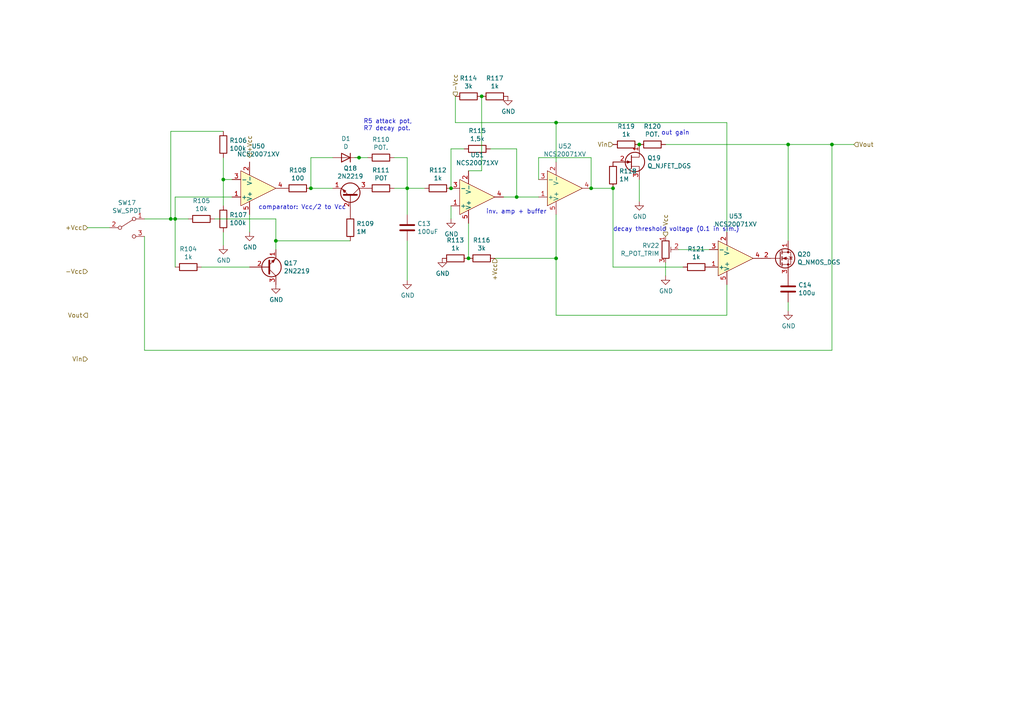
<source format=kicad_sch>
(kicad_sch (version 20230121) (generator eeschema)

  (uuid b401b282-2728-4b58-b930-9674a514cef2)

  (paper "A4")

  (lib_symbols
    (symbol "Amplifier_Operational:NCS20071XV" (pin_names (offset 0.127)) (in_bom yes) (on_board yes)
      (property "Reference" "U" (at 0 10.16 0)
        (effects (font (size 1.27 1.27)))
      )
      (property "Value" "NCS20071XV" (at 0 7.62 0)
        (effects (font (size 1.27 1.27)))
      )
      (property "Footprint" "Package_TO_SOT_SMD:SOT-553" (at 1.27 30.48 0)
        (effects (font (size 1.27 1.27)) hide)
      )
      (property "Datasheet" "https://www.onsemi.com/pub/Collateral/NCS20071-D.PDF" (at 1.27 30.48 0)
        (effects (font (size 1.27 1.27)) hide)
      )
      (property "ki_keywords" "OpAmp Rail-to-rail Output Single vfa" (at 0 0 0)
        (effects (font (size 1.27 1.27)) hide)
      )
      (property "ki_description" "Single, 2.8V/µs, Rail-to-Rail Output, SOT-553" (at 0 0 0)
        (effects (font (size 1.27 1.27)) hide)
      )
      (property "ki_fp_filters" "SOT?553*" (at 0 0 0)
        (effects (font (size 1.27 1.27)) hide)
      )
      (symbol "NCS20071XV_1_1"
        (polyline
          (pts
            (xy 5.08 0)
            (xy -5.08 5.08)
            (xy -5.08 -5.08)
            (xy 5.08 0)
          )
          (stroke (width 0) (type default))
          (fill (type background))
        )
        (pin input line (at -7.62 2.54 0) (length 2.54)
          (name "+" (effects (font (size 1.27 1.27))))
          (number "1" (effects (font (size 1.27 1.27))))
        )
        (pin power_in line (at -2.54 -7.62 90) (length 3.81)
          (name "V-" (effects (font (size 1.27 1.27))))
          (number "2" (effects (font (size 1.27 1.27))))
        )
        (pin input line (at -7.62 -2.54 0) (length 2.54)
          (name "-" (effects (font (size 1.27 1.27))))
          (number "3" (effects (font (size 1.27 1.27))))
        )
        (pin output line (at 7.62 0 180) (length 2.54)
          (name "~" (effects (font (size 1.27 1.27))))
          (number "4" (effects (font (size 1.27 1.27))))
        )
        (pin power_in line (at -2.54 7.62 270) (length 3.81)
          (name "V+" (effects (font (size 1.27 1.27))))
          (number "5" (effects (font (size 1.27 1.27))))
        )
      )
    )
    (symbol "Device:C" (pin_numbers hide) (pin_names (offset 0.254)) (in_bom yes) (on_board yes)
      (property "Reference" "C" (at 0.635 2.54 0)
        (effects (font (size 1.27 1.27)) (justify left))
      )
      (property "Value" "C" (at 0.635 -2.54 0)
        (effects (font (size 1.27 1.27)) (justify left))
      )
      (property "Footprint" "" (at 0.9652 -3.81 0)
        (effects (font (size 1.27 1.27)) hide)
      )
      (property "Datasheet" "~" (at 0 0 0)
        (effects (font (size 1.27 1.27)) hide)
      )
      (property "ki_keywords" "cap capacitor" (at 0 0 0)
        (effects (font (size 1.27 1.27)) hide)
      )
      (property "ki_description" "Unpolarized capacitor" (at 0 0 0)
        (effects (font (size 1.27 1.27)) hide)
      )
      (property "ki_fp_filters" "C_*" (at 0 0 0)
        (effects (font (size 1.27 1.27)) hide)
      )
      (symbol "C_0_1"
        (polyline
          (pts
            (xy -2.032 -0.762)
            (xy 2.032 -0.762)
          )
          (stroke (width 0.508) (type default))
          (fill (type none))
        )
        (polyline
          (pts
            (xy -2.032 0.762)
            (xy 2.032 0.762)
          )
          (stroke (width 0.508) (type default))
          (fill (type none))
        )
      )
      (symbol "C_1_1"
        (pin passive line (at 0 3.81 270) (length 2.794)
          (name "~" (effects (font (size 1.27 1.27))))
          (number "1" (effects (font (size 1.27 1.27))))
        )
        (pin passive line (at 0 -3.81 90) (length 2.794)
          (name "~" (effects (font (size 1.27 1.27))))
          (number "2" (effects (font (size 1.27 1.27))))
        )
      )
    )
    (symbol "Device:D" (pin_numbers hide) (pin_names (offset 1.016) hide) (in_bom yes) (on_board yes)
      (property "Reference" "D" (at 0 2.54 0)
        (effects (font (size 1.27 1.27)))
      )
      (property "Value" "D" (at 0 -2.54 0)
        (effects (font (size 1.27 1.27)))
      )
      (property "Footprint" "" (at 0 0 0)
        (effects (font (size 1.27 1.27)) hide)
      )
      (property "Datasheet" "~" (at 0 0 0)
        (effects (font (size 1.27 1.27)) hide)
      )
      (property "Sim.Device" "D" (at 0 0 0)
        (effects (font (size 1.27 1.27)) hide)
      )
      (property "Sim.Pins" "1=K 2=A" (at 0 0 0)
        (effects (font (size 1.27 1.27)) hide)
      )
      (property "ki_keywords" "diode" (at 0 0 0)
        (effects (font (size 1.27 1.27)) hide)
      )
      (property "ki_description" "Diode" (at 0 0 0)
        (effects (font (size 1.27 1.27)) hide)
      )
      (property "ki_fp_filters" "TO-???* *_Diode_* *SingleDiode* D_*" (at 0 0 0)
        (effects (font (size 1.27 1.27)) hide)
      )
      (symbol "D_0_1"
        (polyline
          (pts
            (xy -1.27 1.27)
            (xy -1.27 -1.27)
          )
          (stroke (width 0.254) (type default))
          (fill (type none))
        )
        (polyline
          (pts
            (xy 1.27 0)
            (xy -1.27 0)
          )
          (stroke (width 0) (type default))
          (fill (type none))
        )
        (polyline
          (pts
            (xy 1.27 1.27)
            (xy 1.27 -1.27)
            (xy -1.27 0)
            (xy 1.27 1.27)
          )
          (stroke (width 0.254) (type default))
          (fill (type none))
        )
      )
      (symbol "D_1_1"
        (pin passive line (at -3.81 0 0) (length 2.54)
          (name "K" (effects (font (size 1.27 1.27))))
          (number "1" (effects (font (size 1.27 1.27))))
        )
        (pin passive line (at 3.81 0 180) (length 2.54)
          (name "A" (effects (font (size 1.27 1.27))))
          (number "2" (effects (font (size 1.27 1.27))))
        )
      )
    )
    (symbol "Device:Q_NJFET_DGS" (pin_names (offset 0) hide) (in_bom yes) (on_board yes)
      (property "Reference" "Q" (at 5.08 1.27 0)
        (effects (font (size 1.27 1.27)) (justify left))
      )
      (property "Value" "Q_NJFET_DGS" (at 5.08 -1.27 0)
        (effects (font (size 1.27 1.27)) (justify left))
      )
      (property "Footprint" "" (at 5.08 2.54 0)
        (effects (font (size 1.27 1.27)) hide)
      )
      (property "Datasheet" "~" (at 0 0 0)
        (effects (font (size 1.27 1.27)) hide)
      )
      (property "ki_keywords" "transistor NJFET N-JFET" (at 0 0 0)
        (effects (font (size 1.27 1.27)) hide)
      )
      (property "ki_description" "N-JFET transistor, drain/gate/source" (at 0 0 0)
        (effects (font (size 1.27 1.27)) hide)
      )
      (symbol "Q_NJFET_DGS_0_1"
        (polyline
          (pts
            (xy 0.254 1.905)
            (xy 0.254 -1.905)
            (xy 0.254 -1.905)
          )
          (stroke (width 0.254) (type default))
          (fill (type none))
        )
        (polyline
          (pts
            (xy 2.54 -2.54)
            (xy 2.54 -1.27)
            (xy 0.254 -1.27)
          )
          (stroke (width 0) (type default))
          (fill (type none))
        )
        (polyline
          (pts
            (xy 2.54 2.54)
            (xy 2.54 1.397)
            (xy 0.254 1.397)
          )
          (stroke (width 0) (type default))
          (fill (type none))
        )
        (polyline
          (pts
            (xy 0 0)
            (xy -1.016 0.381)
            (xy -1.016 -0.381)
            (xy 0 0)
          )
          (stroke (width 0) (type default))
          (fill (type outline))
        )
        (circle (center 1.27 0) (radius 2.8194)
          (stroke (width 0.254) (type default))
          (fill (type none))
        )
      )
      (symbol "Q_NJFET_DGS_1_1"
        (pin passive line (at 2.54 5.08 270) (length 2.54)
          (name "D" (effects (font (size 1.27 1.27))))
          (number "1" (effects (font (size 1.27 1.27))))
        )
        (pin input line (at -5.08 0 0) (length 5.334)
          (name "G" (effects (font (size 1.27 1.27))))
          (number "2" (effects (font (size 1.27 1.27))))
        )
        (pin passive line (at 2.54 -5.08 90) (length 2.54)
          (name "S" (effects (font (size 1.27 1.27))))
          (number "3" (effects (font (size 1.27 1.27))))
        )
      )
    )
    (symbol "Device:Q_NMOS_DGS" (pin_names (offset 0) hide) (in_bom yes) (on_board yes)
      (property "Reference" "Q" (at 5.08 1.27 0)
        (effects (font (size 1.27 1.27)) (justify left))
      )
      (property "Value" "Q_NMOS_DGS" (at 5.08 -1.27 0)
        (effects (font (size 1.27 1.27)) (justify left))
      )
      (property "Footprint" "" (at 5.08 2.54 0)
        (effects (font (size 1.27 1.27)) hide)
      )
      (property "Datasheet" "~" (at 0 0 0)
        (effects (font (size 1.27 1.27)) hide)
      )
      (property "ki_keywords" "transistor NMOS N-MOS N-MOSFET" (at 0 0 0)
        (effects (font (size 1.27 1.27)) hide)
      )
      (property "ki_description" "N-MOSFET transistor, drain/gate/source" (at 0 0 0)
        (effects (font (size 1.27 1.27)) hide)
      )
      (symbol "Q_NMOS_DGS_0_1"
        (polyline
          (pts
            (xy 0.254 0)
            (xy -2.54 0)
          )
          (stroke (width 0) (type default))
          (fill (type none))
        )
        (polyline
          (pts
            (xy 0.254 1.905)
            (xy 0.254 -1.905)
          )
          (stroke (width 0.254) (type default))
          (fill (type none))
        )
        (polyline
          (pts
            (xy 0.762 -1.27)
            (xy 0.762 -2.286)
          )
          (stroke (width 0.254) (type default))
          (fill (type none))
        )
        (polyline
          (pts
            (xy 0.762 0.508)
            (xy 0.762 -0.508)
          )
          (stroke (width 0.254) (type default))
          (fill (type none))
        )
        (polyline
          (pts
            (xy 0.762 2.286)
            (xy 0.762 1.27)
          )
          (stroke (width 0.254) (type default))
          (fill (type none))
        )
        (polyline
          (pts
            (xy 2.54 2.54)
            (xy 2.54 1.778)
          )
          (stroke (width 0) (type default))
          (fill (type none))
        )
        (polyline
          (pts
            (xy 2.54 -2.54)
            (xy 2.54 0)
            (xy 0.762 0)
          )
          (stroke (width 0) (type default))
          (fill (type none))
        )
        (polyline
          (pts
            (xy 0.762 -1.778)
            (xy 3.302 -1.778)
            (xy 3.302 1.778)
            (xy 0.762 1.778)
          )
          (stroke (width 0) (type default))
          (fill (type none))
        )
        (polyline
          (pts
            (xy 1.016 0)
            (xy 2.032 0.381)
            (xy 2.032 -0.381)
            (xy 1.016 0)
          )
          (stroke (width 0) (type default))
          (fill (type outline))
        )
        (polyline
          (pts
            (xy 2.794 0.508)
            (xy 2.921 0.381)
            (xy 3.683 0.381)
            (xy 3.81 0.254)
          )
          (stroke (width 0) (type default))
          (fill (type none))
        )
        (polyline
          (pts
            (xy 3.302 0.381)
            (xy 2.921 -0.254)
            (xy 3.683 -0.254)
            (xy 3.302 0.381)
          )
          (stroke (width 0) (type default))
          (fill (type none))
        )
        (circle (center 1.651 0) (radius 2.794)
          (stroke (width 0.254) (type default))
          (fill (type none))
        )
        (circle (center 2.54 -1.778) (radius 0.254)
          (stroke (width 0) (type default))
          (fill (type outline))
        )
        (circle (center 2.54 1.778) (radius 0.254)
          (stroke (width 0) (type default))
          (fill (type outline))
        )
      )
      (symbol "Q_NMOS_DGS_1_1"
        (pin passive line (at 2.54 5.08 270) (length 2.54)
          (name "D" (effects (font (size 1.27 1.27))))
          (number "1" (effects (font (size 1.27 1.27))))
        )
        (pin input line (at -5.08 0 0) (length 2.54)
          (name "G" (effects (font (size 1.27 1.27))))
          (number "2" (effects (font (size 1.27 1.27))))
        )
        (pin passive line (at 2.54 -5.08 90) (length 2.54)
          (name "S" (effects (font (size 1.27 1.27))))
          (number "3" (effects (font (size 1.27 1.27))))
        )
      )
    )
    (symbol "Device:R" (pin_numbers hide) (pin_names (offset 0)) (in_bom yes) (on_board yes)
      (property "Reference" "R" (at 2.032 0 90)
        (effects (font (size 1.27 1.27)))
      )
      (property "Value" "R" (at 0 0 90)
        (effects (font (size 1.27 1.27)))
      )
      (property "Footprint" "" (at -1.778 0 90)
        (effects (font (size 1.27 1.27)) hide)
      )
      (property "Datasheet" "~" (at 0 0 0)
        (effects (font (size 1.27 1.27)) hide)
      )
      (property "ki_keywords" "R res resistor" (at 0 0 0)
        (effects (font (size 1.27 1.27)) hide)
      )
      (property "ki_description" "Resistor" (at 0 0 0)
        (effects (font (size 1.27 1.27)) hide)
      )
      (property "ki_fp_filters" "R_*" (at 0 0 0)
        (effects (font (size 1.27 1.27)) hide)
      )
      (symbol "R_0_1"
        (rectangle (start -1.016 -2.54) (end 1.016 2.54)
          (stroke (width 0.254) (type default))
          (fill (type none))
        )
      )
      (symbol "R_1_1"
        (pin passive line (at 0 3.81 270) (length 1.27)
          (name "~" (effects (font (size 1.27 1.27))))
          (number "1" (effects (font (size 1.27 1.27))))
        )
        (pin passive line (at 0 -3.81 90) (length 1.27)
          (name "~" (effects (font (size 1.27 1.27))))
          (number "2" (effects (font (size 1.27 1.27))))
        )
      )
    )
    (symbol "Switch:SW_SPDT" (pin_names (offset 0) hide) (in_bom yes) (on_board yes)
      (property "Reference" "SW" (at 0 4.318 0)
        (effects (font (size 1.27 1.27)))
      )
      (property "Value" "SW_SPDT" (at 0 -5.08 0)
        (effects (font (size 1.27 1.27)))
      )
      (property "Footprint" "" (at 0 0 0)
        (effects (font (size 1.27 1.27)) hide)
      )
      (property "Datasheet" "~" (at 0 0 0)
        (effects (font (size 1.27 1.27)) hide)
      )
      (property "ki_keywords" "switch single-pole double-throw spdt ON-ON" (at 0 0 0)
        (effects (font (size 1.27 1.27)) hide)
      )
      (property "ki_description" "Switch, single pole double throw" (at 0 0 0)
        (effects (font (size 1.27 1.27)) hide)
      )
      (symbol "SW_SPDT_0_0"
        (circle (center -2.032 0) (radius 0.508)
          (stroke (width 0) (type default))
          (fill (type none))
        )
        (circle (center 2.032 -2.54) (radius 0.508)
          (stroke (width 0) (type default))
          (fill (type none))
        )
      )
      (symbol "SW_SPDT_0_1"
        (polyline
          (pts
            (xy -1.524 0.254)
            (xy 1.651 2.286)
          )
          (stroke (width 0) (type default))
          (fill (type none))
        )
        (circle (center 2.032 2.54) (radius 0.508)
          (stroke (width 0) (type default))
          (fill (type none))
        )
      )
      (symbol "SW_SPDT_1_1"
        (pin passive line (at 5.08 2.54 180) (length 2.54)
          (name "A" (effects (font (size 1.27 1.27))))
          (number "1" (effects (font (size 1.27 1.27))))
        )
        (pin passive line (at -5.08 0 0) (length 2.54)
          (name "B" (effects (font (size 1.27 1.27))))
          (number "2" (effects (font (size 1.27 1.27))))
        )
        (pin passive line (at 5.08 -2.54 180) (length 2.54)
          (name "C" (effects (font (size 1.27 1.27))))
          (number "3" (effects (font (size 1.27 1.27))))
        )
      )
    )
    (symbol "Transistor_BJT:2N2219" (pin_names (offset 0) hide) (in_bom yes) (on_board yes)
      (property "Reference" "Q" (at 5.08 1.905 0)
        (effects (font (size 1.27 1.27)) (justify left))
      )
      (property "Value" "2N2219" (at 5.08 0 0)
        (effects (font (size 1.27 1.27)) (justify left))
      )
      (property "Footprint" "Package_TO_SOT_THT:TO-39-3" (at 5.08 -1.905 0)
        (effects (font (size 1.27 1.27) italic) (justify left) hide)
      )
      (property "Datasheet" "http://www.onsemi.com/pub_link/Collateral/2N2219-D.PDF" (at 0 0 0)
        (effects (font (size 1.27 1.27)) (justify left) hide)
      )
      (property "ki_keywords" "NPN Transistor" (at 0 0 0)
        (effects (font (size 1.27 1.27)) hide)
      )
      (property "ki_description" "800mA Ic, 50V Vce, NPN Transistor, TO-39" (at 0 0 0)
        (effects (font (size 1.27 1.27)) hide)
      )
      (property "ki_fp_filters" "TO?39*" (at 0 0 0)
        (effects (font (size 1.27 1.27)) hide)
      )
      (symbol "2N2219_0_1"
        (polyline
          (pts
            (xy 0.635 0.635)
            (xy 2.54 2.54)
          )
          (stroke (width 0) (type default))
          (fill (type none))
        )
        (polyline
          (pts
            (xy 0.635 -0.635)
            (xy 2.54 -2.54)
            (xy 2.54 -2.54)
          )
          (stroke (width 0) (type default))
          (fill (type none))
        )
        (polyline
          (pts
            (xy 0.635 1.905)
            (xy 0.635 -1.905)
            (xy 0.635 -1.905)
          )
          (stroke (width 0.508) (type default))
          (fill (type none))
        )
        (polyline
          (pts
            (xy 1.27 -1.778)
            (xy 1.778 -1.27)
            (xy 2.286 -2.286)
            (xy 1.27 -1.778)
            (xy 1.27 -1.778)
          )
          (stroke (width 0) (type default))
          (fill (type outline))
        )
        (circle (center 1.27 0) (radius 2.8194)
          (stroke (width 0.254) (type default))
          (fill (type none))
        )
      )
      (symbol "2N2219_1_1"
        (pin passive line (at 2.54 -5.08 90) (length 2.54)
          (name "E" (effects (font (size 1.27 1.27))))
          (number "1" (effects (font (size 1.27 1.27))))
        )
        (pin passive line (at -5.08 0 0) (length 5.715)
          (name "B" (effects (font (size 1.27 1.27))))
          (number "2" (effects (font (size 1.27 1.27))))
        )
        (pin passive line (at 2.54 5.08 270) (length 2.54)
          (name "C" (effects (font (size 1.27 1.27))))
          (number "3" (effects (font (size 1.27 1.27))))
        )
      )
    )
    (symbol "power:GND" (power) (pin_names (offset 0)) (in_bom yes) (on_board yes)
      (property "Reference" "#PWR" (at 0 -6.35 0)
        (effects (font (size 1.27 1.27)) hide)
      )
      (property "Value" "GND" (at 0 -3.81 0)
        (effects (font (size 1.27 1.27)))
      )
      (property "Footprint" "" (at 0 0 0)
        (effects (font (size 1.27 1.27)) hide)
      )
      (property "Datasheet" "" (at 0 0 0)
        (effects (font (size 1.27 1.27)) hide)
      )
      (property "ki_keywords" "global power" (at 0 0 0)
        (effects (font (size 1.27 1.27)) hide)
      )
      (property "ki_description" "Power symbol creates a global label with name \"GND\" , ground" (at 0 0 0)
        (effects (font (size 1.27 1.27)) hide)
      )
      (symbol "GND_0_1"
        (polyline
          (pts
            (xy 0 0)
            (xy 0 -1.27)
            (xy 1.27 -1.27)
            (xy 0 -2.54)
            (xy -1.27 -1.27)
            (xy 0 -1.27)
          )
          (stroke (width 0) (type default))
          (fill (type none))
        )
      )
      (symbol "GND_1_1"
        (pin power_in line (at 0 0 270) (length 0) hide
          (name "GND" (effects (font (size 1.27 1.27))))
          (number "1" (effects (font (size 1.27 1.27))))
        )
      )
    )
    (symbol "szinti-rescue:R_POT_TRIM-Device" (pin_names (offset 1.016) hide) (in_bom yes) (on_board yes)
      (property "Reference" "RV" (at -4.445 0 90)
        (effects (font (size 1.27 1.27)))
      )
      (property "Value" "Device_R_POT_TRIM" (at -2.54 0 90)
        (effects (font (size 1.27 1.27)))
      )
      (property "Footprint" "" (at 0 0 0)
        (effects (font (size 1.27 1.27)) hide)
      )
      (property "Datasheet" "" (at 0 0 0)
        (effects (font (size 1.27 1.27)) hide)
      )
      (property "ki_fp_filters" "Potentiometer*" (at 0 0 0)
        (effects (font (size 1.27 1.27)) hide)
      )
      (symbol "R_POT_TRIM-Device_0_1"
        (polyline
          (pts
            (xy 1.524 0.762)
            (xy 1.524 -0.762)
          )
          (stroke (width 0) (type solid))
          (fill (type none))
        )
        (polyline
          (pts
            (xy 2.54 0)
            (xy 1.524 0)
          )
          (stroke (width 0) (type solid))
          (fill (type none))
        )
        (rectangle (start 1.016 2.54) (end -1.016 -2.54)
          (stroke (width 0.254) (type solid))
          (fill (type none))
        )
      )
      (symbol "R_POT_TRIM-Device_1_1"
        (pin passive line (at 0 3.81 270) (length 1.27)
          (name "1" (effects (font (size 1.27 1.27))))
          (number "1" (effects (font (size 1.27 1.27))))
        )
        (pin passive line (at 3.81 0 180) (length 1.27)
          (name "2" (effects (font (size 1.27 1.27))))
          (number "2" (effects (font (size 1.27 1.27))))
        )
        (pin passive line (at 0 -3.81 90) (length 1.27)
          (name "3" (effects (font (size 1.27 1.27))))
          (number "3" (effects (font (size 1.27 1.27))))
        )
      )
    )
  )

  (junction (at 50.8 63.5) (diameter 0) (color 0 0 0 0)
    (uuid 12b37d73-91e7-4fab-ac40-6b28e9d0131c)
  )
  (junction (at 161.29 74.93) (diameter 0) (color 0 0 0 0)
    (uuid 17f9e8f2-b61a-490d-962c-5fffc0678c13)
  )
  (junction (at 135.89 74.93) (diameter 0) (color 0 0 0 0)
    (uuid 1b6df306-3a60-45c6-b4f4-70504e11a2f7)
  )
  (junction (at 161.29 35.56) (diameter 0) (color 0 0 0 0)
    (uuid 21a9add1-33bc-41ed-a5ac-37f0f77c6d10)
  )
  (junction (at 241.3 41.91) (diameter 0) (color 0 0 0 0)
    (uuid 317cf06f-6be7-47d1-ad81-3dda0d9f123f)
  )
  (junction (at 64.77 52.07) (diameter 0) (color 0 0 0 0)
    (uuid 65229a95-9445-4af4-8fe1-b1930b6ed577)
  )
  (junction (at 104.14 45.72) (diameter 0) (color 0 0 0 0)
    (uuid 6cae2eae-455b-482c-9e55-7d93195f94f1)
  )
  (junction (at 118.11 54.61) (diameter 0) (color 0 0 0 0)
    (uuid 7464eef9-e6c8-45b0-8a71-a6ffb53067ad)
  )
  (junction (at 228.6 41.91) (diameter 0) (color 0 0 0 0)
    (uuid 803d375a-32f7-4a6c-9917-d50567426de2)
  )
  (junction (at 130.81 54.61) (diameter 0) (color 0 0 0 0)
    (uuid 9b406fc6-4498-49ba-983e-a71e763b2f30)
  )
  (junction (at 49.53 63.5) (diameter 0) (color 0 0 0 0)
    (uuid 9ca6c139-ba36-4c56-9ff6-10966139ed48)
  )
  (junction (at 149.86 57.15) (diameter 0) (color 0 0 0 0)
    (uuid a57968a5-e646-4749-a15d-2cc1897d9ab3)
  )
  (junction (at 90.17 54.61) (diameter 0) (color 0 0 0 0)
    (uuid a79355fa-783e-4e11-ba03-8076d6d9f796)
  )
  (junction (at 171.45 54.61) (diameter 0) (color 0 0 0 0)
    (uuid c9134d2e-c0b5-461c-ac8e-02c88c25a5af)
  )
  (junction (at 185.42 41.91) (diameter 0) (color 0 0 0 0)
    (uuid d9db977f-b3e4-4f80-afa5-1f0f014046c3)
  )
  (junction (at 177.8 54.61) (diameter 0) (color 0 0 0 0)
    (uuid dc492894-b39b-4b4a-bdb4-0ead1431f986)
  )
  (junction (at 139.7 27.94) (diameter 0) (color 0 0 0 0)
    (uuid df09e0db-5cd0-42b6-8943-0ff7400af9a3)
  )
  (junction (at 80.01 69.85) (diameter 0) (color 0 0 0 0)
    (uuid f33a8ad1-aebc-4fb2-9376-10fd8b164423)
  )

  (wire (pts (xy 241.3 101.6) (xy 41.91 101.6))
    (stroke (width 0) (type default))
    (uuid 02baaf2e-35a0-421a-8173-d266fa7433db)
  )
  (wire (pts (xy 132.08 35.56) (xy 161.29 35.56))
    (stroke (width 0) (type default))
    (uuid 0c596e52-92b2-4367-9836-9acac7cdeda9)
  )
  (wire (pts (xy 161.29 74.93) (xy 161.29 91.44))
    (stroke (width 0) (type default))
    (uuid 12099a9e-f7b7-4ee6-8de1-0127b5154424)
  )
  (wire (pts (xy 104.14 45.72) (xy 106.68 45.72))
    (stroke (width 0) (type default))
    (uuid 161acecb-7f11-4711-8579-365b54d187dd)
  )
  (wire (pts (xy 185.42 58.42) (xy 185.42 52.07))
    (stroke (width 0) (type default))
    (uuid 16e3333c-7005-4691-b1b1-fc4d485af725)
  )
  (wire (pts (xy 80.01 69.85) (xy 101.6 69.85))
    (stroke (width 0) (type default))
    (uuid 17749763-3e1d-43c8-b137-699522e815e9)
  )
  (wire (pts (xy 139.7 49.53) (xy 135.89 49.53))
    (stroke (width 0) (type default))
    (uuid 18e53629-d5d3-4b72-a499-729b1312c448)
  )
  (wire (pts (xy 241.3 41.91) (xy 247.65 41.91))
    (stroke (width 0) (type default))
    (uuid 1973e610-b3a4-42a9-8f80-3943cdc56135)
  )
  (wire (pts (xy 142.24 43.18) (xy 149.86 43.18))
    (stroke (width 0) (type default))
    (uuid 1b53c081-0c8b-4ccc-ae9b-9d2386bb5d53)
  )
  (wire (pts (xy 90.17 45.72) (xy 96.52 45.72))
    (stroke (width 0) (type default))
    (uuid 1b768c2a-bad9-4042-870c-f14055b5109d)
  )
  (wire (pts (xy 130.81 63.5) (xy 130.81 59.69))
    (stroke (width 0) (type default))
    (uuid 1fab12a4-925c-4606-b866-1c74f5a43565)
  )
  (wire (pts (xy 90.17 54.61) (xy 96.52 54.61))
    (stroke (width 0) (type default))
    (uuid 2102bb42-f2a3-4d4e-ac30-6c3b5b1b6518)
  )
  (wire (pts (xy 90.17 54.61) (xy 90.17 45.72))
    (stroke (width 0) (type default))
    (uuid 21ce0162-a65c-4bbf-a313-7cfa2d64bc1d)
  )
  (wire (pts (xy 228.6 90.17) (xy 228.6 87.63))
    (stroke (width 0) (type default))
    (uuid 22bdd4b1-34c0-45fc-85fd-fde0b6152e5f)
  )
  (wire (pts (xy 62.23 63.5) (xy 80.01 63.5))
    (stroke (width 0) (type default))
    (uuid 230804cd-552e-45e9-9c6c-9467700c65be)
  )
  (wire (pts (xy 171.45 45.72) (xy 171.45 54.61))
    (stroke (width 0) (type default))
    (uuid 2440ee5c-a4f1-42c8-9e5c-2a65c354479b)
  )
  (wire (pts (xy 118.11 54.61) (xy 123.19 54.61))
    (stroke (width 0) (type default))
    (uuid 2443d712-160d-41c1-8a70-6a012061d004)
  )
  (wire (pts (xy 49.53 63.5) (xy 49.53 38.1))
    (stroke (width 0) (type default))
    (uuid 24a7d3a9-8c3a-46d2-940e-cb56dc9e1fc8)
  )
  (wire (pts (xy 49.53 38.1) (xy 64.77 38.1))
    (stroke (width 0) (type default))
    (uuid 29388afc-e238-4632-99a3-9d979e3c71b7)
  )
  (wire (pts (xy 135.89 74.93) (xy 135.89 64.77))
    (stroke (width 0) (type default))
    (uuid 2a1a961a-4170-4c90-9a45-f850350666ae)
  )
  (wire (pts (xy 64.77 45.72) (xy 64.77 52.07))
    (stroke (width 0) (type default))
    (uuid 2e7cd014-23dc-4c95-9ec6-e5df2284acf1)
  )
  (wire (pts (xy 102.87 45.72) (xy 104.14 45.72))
    (stroke (width 0) (type default))
    (uuid 34cce4d0-6c56-408f-bf6f-10b05360ed35)
  )
  (wire (pts (xy 156.21 45.72) (xy 171.45 45.72))
    (stroke (width 0) (type default))
    (uuid 37695ff2-79b2-43be-8529-99693228879e)
  )
  (wire (pts (xy 49.53 63.5) (xy 50.8 63.5))
    (stroke (width 0) (type default))
    (uuid 3baaa505-ed03-4abe-bbb9-d9704c464074)
  )
  (wire (pts (xy 161.29 74.93) (xy 161.29 62.23))
    (stroke (width 0) (type default))
    (uuid 3c0368c1-7b11-4885-85a8-0ff70b994358)
  )
  (wire (pts (xy 177.8 54.61) (xy 177.8 77.47))
    (stroke (width 0) (type default))
    (uuid 3ec53506-72c9-4a3c-8a0a-4e65d39a35d4)
  )
  (wire (pts (xy 149.86 57.15) (xy 156.21 57.15))
    (stroke (width 0) (type default))
    (uuid 405d2136-783a-4403-ae13-720fe143dcc2)
  )
  (wire (pts (xy 241.3 41.91) (xy 241.3 101.6))
    (stroke (width 0) (type default))
    (uuid 470bbeec-8d33-4d8d-a6c4-80c50bef9a5f)
  )
  (wire (pts (xy 58.42 77.47) (xy 72.39 77.47))
    (stroke (width 0) (type default))
    (uuid 4a231b63-97a7-4157-a962-fc73dc23e75f)
  )
  (wire (pts (xy 228.6 69.85) (xy 228.6 41.91))
    (stroke (width 0) (type default))
    (uuid 4d3cfa8b-80a0-402b-acb3-e60ca4cd3309)
  )
  (wire (pts (xy 193.04 41.91) (xy 228.6 41.91))
    (stroke (width 0) (type default))
    (uuid 5a7accaf-b15c-455a-bd6e-8f0f7a15a303)
  )
  (wire (pts (xy 156.21 52.07) (xy 156.21 45.72))
    (stroke (width 0) (type default))
    (uuid 5d765b69-06b6-4930-b156-77e4e0d0742f)
  )
  (wire (pts (xy 67.31 57.15) (xy 50.8 57.15))
    (stroke (width 0) (type default))
    (uuid 606980b4-b71b-4a1a-8b4e-0f680720810d)
  )
  (wire (pts (xy 139.7 27.94) (xy 139.7 49.53))
    (stroke (width 0) (type default))
    (uuid 67dcbf9b-c39f-41a1-87d8-cbdee748cc2d)
  )
  (wire (pts (xy 210.82 35.56) (xy 210.82 67.31))
    (stroke (width 0) (type default))
    (uuid 6b8fd5e3-1bcf-430b-b80a-a76b0e2d14ad)
  )
  (wire (pts (xy 161.29 91.44) (xy 210.82 91.44))
    (stroke (width 0) (type default))
    (uuid 6e93f164-a330-4f04-9b94-32c2f604abe9)
  )
  (wire (pts (xy 171.45 54.61) (xy 177.8 54.61))
    (stroke (width 0) (type default))
    (uuid 70d95241-6ec7-4ee5-80a5-bdc3407e95e3)
  )
  (wire (pts (xy 196.85 72.39) (xy 205.74 72.39))
    (stroke (width 0) (type default))
    (uuid 74d7e3df-1f01-4e14-a131-d2104ed9f0dc)
  )
  (wire (pts (xy 50.8 63.5) (xy 50.8 77.47))
    (stroke (width 0) (type default))
    (uuid 7c2a9d9b-c0c8-4908-b9fa-972509224140)
  )
  (wire (pts (xy 149.86 43.18) (xy 149.86 57.15))
    (stroke (width 0) (type default))
    (uuid 8062b8b9-b09b-471b-ad11-1a3fd2564206)
  )
  (wire (pts (xy 228.6 41.91) (xy 241.3 41.91))
    (stroke (width 0) (type default))
    (uuid 83ada838-9175-4f97-9f05-6587214592f6)
  )
  (wire (pts (xy 80.01 72.39) (xy 80.01 69.85))
    (stroke (width 0) (type default))
    (uuid 86fe62ce-417e-4845-a961-2b16b8e1ece2)
  )
  (wire (pts (xy 67.31 52.07) (xy 64.77 52.07))
    (stroke (width 0) (type default))
    (uuid 8bd43f52-2e34-4e78-a751-abc3427c825d)
  )
  (wire (pts (xy 64.77 67.31) (xy 64.77 71.12))
    (stroke (width 0) (type default))
    (uuid 9e1126e9-4f84-4d32-9d3d-810ac7638cc4)
  )
  (wire (pts (xy 210.82 91.44) (xy 210.82 82.55))
    (stroke (width 0) (type default))
    (uuid 9f8e46cc-9442-4729-98ed-4ebf01c20fa3)
  )
  (wire (pts (xy 80.01 69.85) (xy 80.01 63.5))
    (stroke (width 0) (type default))
    (uuid a55a6a42-9e33-4759-a403-bbefebd2160d)
  )
  (wire (pts (xy 64.77 52.07) (xy 64.77 59.69))
    (stroke (width 0) (type default))
    (uuid a950b43e-ed9d-4001-9f60-3c0d7cd31585)
  )
  (wire (pts (xy 118.11 81.28) (xy 118.11 69.85))
    (stroke (width 0) (type default))
    (uuid ab35d93c-e5c6-427f-ac5d-37d2006934b0)
  )
  (wire (pts (xy 143.51 74.93) (xy 161.29 74.93))
    (stroke (width 0) (type default))
    (uuid b14c645c-a13c-4e22-a0be-f212717d37ea)
  )
  (wire (pts (xy 193.04 80.01) (xy 193.04 76.2))
    (stroke (width 0) (type default))
    (uuid b7133a10-7216-4708-ae5d-c70037f0c00d)
  )
  (wire (pts (xy 161.29 35.56) (xy 210.82 35.56))
    (stroke (width 0) (type default))
    (uuid b8aa5eb3-78e6-4fc1-a81e-9530f10131df)
  )
  (wire (pts (xy 114.3 45.72) (xy 118.11 45.72))
    (stroke (width 0) (type default))
    (uuid ba447e5d-461f-4455-835a-cb97cffd7a1c)
  )
  (wire (pts (xy 146.05 57.15) (xy 149.86 57.15))
    (stroke (width 0) (type default))
    (uuid bc8d0a92-aded-4f1f-9150-339dc11c1a43)
  )
  (wire (pts (xy 161.29 35.56) (xy 161.29 46.99))
    (stroke (width 0) (type default))
    (uuid bdc547dd-0137-4db8-baeb-fa6cd2473d84)
  )
  (wire (pts (xy 130.81 54.61) (xy 130.81 43.18))
    (stroke (width 0) (type default))
    (uuid be7f14fc-caff-45cd-9424-1ad071ac7fa8)
  )
  (wire (pts (xy 25.4 66.04) (xy 31.75 66.04))
    (stroke (width 0) (type default))
    (uuid c2978310-1617-438c-af12-60701e153af5)
  )
  (wire (pts (xy 132.08 27.94) (xy 132.08 35.56))
    (stroke (width 0) (type default))
    (uuid c359eea6-09a1-415d-b58a-c9369c0ec1f0)
  )
  (wire (pts (xy 50.8 57.15) (xy 50.8 63.5))
    (stroke (width 0) (type default))
    (uuid ca9e19cf-92eb-4d83-97b6-fc25f29b917d)
  )
  (wire (pts (xy 118.11 45.72) (xy 118.11 54.61))
    (stroke (width 0) (type default))
    (uuid cc2de546-11ba-4150-9dee-f0fec46c7a2f)
  )
  (wire (pts (xy 118.11 54.61) (xy 114.3 54.61))
    (stroke (width 0) (type default))
    (uuid cc8eec7e-ba15-45d4-ac5d-de1fc3e53fa7)
  )
  (wire (pts (xy 118.11 54.61) (xy 118.11 62.23))
    (stroke (width 0) (type default))
    (uuid dcd9b695-7069-4830-9c84-e938e18c874d)
  )
  (wire (pts (xy 41.91 101.6) (xy 41.91 68.58))
    (stroke (width 0) (type default))
    (uuid e22b337d-e527-4440-911e-fd4fbb0dcd0b)
  )
  (wire (pts (xy 41.91 63.5) (xy 49.53 63.5))
    (stroke (width 0) (type default))
    (uuid e2ac795d-0e17-4fda-94e2-a4f14aad8181)
  )
  (wire (pts (xy 72.39 62.23) (xy 72.39 67.31))
    (stroke (width 0) (type default))
    (uuid e775ba1f-16e4-4534-b7e9-27784ebb1057)
  )
  (wire (pts (xy 54.61 63.5) (xy 50.8 63.5))
    (stroke (width 0) (type default))
    (uuid e8bb9607-f53a-4d80-936d-6474c353c21b)
  )
  (wire (pts (xy 130.81 43.18) (xy 134.62 43.18))
    (stroke (width 0) (type default))
    (uuid f0cad839-d92d-4fee-9808-42bcd4dc3c7d)
  )
  (wire (pts (xy 177.8 77.47) (xy 198.12 77.47))
    (stroke (width 0) (type default))
    (uuid f75de9b8-0f54-43bd-80ea-8635bd9c4a49)
  )

  (text "R5 attack pot,\nR7 decay pot.\n" (at 105.41 38.1 0)
    (effects (font (size 1.27 1.27)) (justify left bottom))
    (uuid 155ca2d2-1d93-4f8b-b9bc-ac2e8ee55ae8)
  )
  (text "out gain\n" (at 191.77 39.37 0)
    (effects (font (size 1.27 1.27)) (justify left bottom))
    (uuid 191754a1-0b1f-4036-9ff6-a15ae689f3d4)
  )
  (text "decay threshold voltage (0.1 in sim.)\n" (at 177.8 67.31 0)
    (effects (font (size 1.27 1.27)) (justify left bottom))
    (uuid 9402c4d1-b3c6-4478-a6c0-565755b2bd1e)
  )
  (text "comparator: Vcc/2 to Vcc\n" (at 74.93 60.96 0)
    (effects (font (size 1.27 1.27)) (justify left bottom))
    (uuid 9c85f9f4-733d-49fa-85bb-5b2dab1f57bd)
  )
  (text "inv. amp + buffer\n" (at 140.97 62.23 0)
    (effects (font (size 1.27 1.27)) (justify left bottom))
    (uuid bee60654-b16b-4bf0-bea7-372d227ad232)
  )

  (hierarchical_label "+Vcc" (shape input) (at 25.4 66.04 180) (fields_autoplaced)
    (effects (font (size 1.27 1.27)) (justify right))
    (uuid 060a676d-f083-4ce3-bab8-0bf70a6022d7)
  )
  (hierarchical_label "-Vcc" (shape input) (at 193.04 68.58 90) (fields_autoplaced)
    (effects (font (size 1.27 1.27)) (justify left))
    (uuid 2baf63aa-3ab9-43ca-8241-58e778f2248a)
  )
  (hierarchical_label "-Vcc" (shape input) (at 132.08 27.94 90) (fields_autoplaced)
    (effects (font (size 1.27 1.27)) (justify left))
    (uuid 33ce5e7a-55a3-4359-9452-6cb248e353a2)
  )
  (hierarchical_label "Vout" (shape output) (at 25.4 91.44 180) (fields_autoplaced)
    (effects (font (size 1.27 1.27)) (justify right))
    (uuid 3590beec-c146-4d86-87a2-ae6c09790f96)
  )
  (hierarchical_label "+Vcc" (shape input) (at 72.39 45.72 90) (fields_autoplaced)
    (effects (font (size 1.27 1.27)) (justify left))
    (uuid 68e19e37-3a5e-4a1c-b11d-47d578b45d5d)
  )
  (hierarchical_label "Vout" (shape input) (at 247.65 41.91 0) (fields_autoplaced)
    (effects (font (size 1.27 1.27)) (justify left))
    (uuid 6b1fe8af-f74d-42b1-b001-cd841d446af6)
  )
  (hierarchical_label "Vin" (shape input) (at 177.8 41.91 180) (fields_autoplaced)
    (effects (font (size 1.27 1.27)) (justify right))
    (uuid 9de3e79e-0282-471b-9e26-a95ada95f148)
  )
  (hierarchical_label "-Vcc" (shape input) (at 25.4 78.74 180) (fields_autoplaced)
    (effects (font (size 1.27 1.27)) (justify right))
    (uuid c1c5af05-884d-4d9b-8e80-4e5c80cecf4a)
  )
  (hierarchical_label "+Vcc" (shape input) (at 143.51 74.93 270) (fields_autoplaced)
    (effects (font (size 1.27 1.27)) (justify right))
    (uuid ceda5a61-496a-4216-bd58-d26957734e1a)
  )
  (hierarchical_label "Vin" (shape input) (at 25.4 104.14 180) (fields_autoplaced)
    (effects (font (size 1.27 1.27)) (justify right))
    (uuid fb4c398a-bd55-4403-b964-17199b56e05f)
  )

  (symbol (lib_id "Device:R") (at 54.61 77.47 270) (unit 1)
    (in_bom yes) (on_board yes) (dnp no)
    (uuid 00000000-0000-0000-0000-000064b99eae)
    (property "Reference" "R104" (at 54.61 72.2122 90)
      (effects (font (size 1.27 1.27)))
    )
    (property "Value" "1k" (at 54.61 74.5236 90)
      (effects (font (size 1.27 1.27)))
    )
    (property "Footprint" "" (at 54.61 75.692 90)
      (effects (font (size 1.27 1.27)) hide)
    )
    (property "Datasheet" "~" (at 54.61 77.47 0)
      (effects (font (size 1.27 1.27)) hide)
    )
    (pin "1" (uuid d1b6ffb2-9675-41e7-8538-7a5f754f49f4))
    (pin "2" (uuid d3a0a0ef-fd54-4246-91f7-0c9bf11cf6c1))
    (instances
      (project "szinti"
        (path "/c9b1620a-569f-4770-8753-fedfc7271ef5/00000000-0000-0000-0000-000064bb21ab"
          (reference "R104") (unit 1)
        )
      )
    )
  )

  (symbol (lib_id "Amplifier_Operational:NCS20071XV") (at 74.93 54.61 0) (mirror x) (unit 1)
    (in_bom yes) (on_board yes) (dnp no)
    (uuid 00000000-0000-0000-0000-000064b9c7df)
    (property "Reference" "U50" (at 74.93 42.3926 0)
      (effects (font (size 1.27 1.27)))
    )
    (property "Value" "NCS20071XV" (at 74.93 44.704 0)
      (effects (font (size 1.27 1.27)))
    )
    (property "Footprint" "Package_TO_SOT_SMD:SOT-553" (at 76.2 85.09 0)
      (effects (font (size 1.27 1.27)) hide)
    )
    (property "Datasheet" "https://www.onsemi.com/pub/Collateral/NCS20071-D.PDF" (at 76.2 85.09 0)
      (effects (font (size 1.27 1.27)) hide)
    )
    (pin "1" (uuid 3094fae4-e01d-4a46-8698-f57e22af3726))
    (pin "2" (uuid e83d4cdc-08fc-4387-b39c-407926788cc6))
    (pin "3" (uuid a3afba59-9fd2-4dae-a266-1cd360ad2f26))
    (pin "4" (uuid 65afec95-3801-42b7-9a1e-7a21a8df09f7))
    (pin "5" (uuid d72438ff-4f4e-4555-92a0-9c2e5ca42a81))
    (instances
      (project "szinti"
        (path "/c9b1620a-569f-4770-8753-fedfc7271ef5/00000000-0000-0000-0000-000064bb21ab"
          (reference "U50") (unit 1)
        )
      )
    )
  )

  (symbol (lib_id "Device:R") (at 64.77 41.91 180) (unit 1)
    (in_bom yes) (on_board yes) (dnp no)
    (uuid 00000000-0000-0000-0000-000064ba3827)
    (property "Reference" "R106" (at 66.548 40.7416 0)
      (effects (font (size 1.27 1.27)) (justify right))
    )
    (property "Value" "100k" (at 66.548 43.053 0)
      (effects (font (size 1.27 1.27)) (justify right))
    )
    (property "Footprint" "" (at 66.548 41.91 90)
      (effects (font (size 1.27 1.27)) hide)
    )
    (property "Datasheet" "~" (at 64.77 41.91 0)
      (effects (font (size 1.27 1.27)) hide)
    )
    (pin "1" (uuid 8d7f3334-eccd-4174-80fe-0b37c714f84b))
    (pin "2" (uuid a08ce6b8-dc51-4ce4-94ef-97e875b27441))
    (instances
      (project "szinti"
        (path "/c9b1620a-569f-4770-8753-fedfc7271ef5/00000000-0000-0000-0000-000064bb21ab"
          (reference "R106") (unit 1)
        )
      )
    )
  )

  (symbol (lib_id "Device:R") (at 64.77 63.5 180) (unit 1)
    (in_bom yes) (on_board yes) (dnp no)
    (uuid 00000000-0000-0000-0000-000064ba4250)
    (property "Reference" "R107" (at 66.548 62.3316 0)
      (effects (font (size 1.27 1.27)) (justify right))
    )
    (property "Value" "100k" (at 66.548 64.643 0)
      (effects (font (size 1.27 1.27)) (justify right))
    )
    (property "Footprint" "" (at 66.548 63.5 90)
      (effects (font (size 1.27 1.27)) hide)
    )
    (property "Datasheet" "~" (at 64.77 63.5 0)
      (effects (font (size 1.27 1.27)) hide)
    )
    (pin "1" (uuid 52f97076-b005-4c3e-9dfc-b975db12e041))
    (pin "2" (uuid 6b4bfe36-3886-46f2-9886-3509bbad08ab))
    (instances
      (project "szinti"
        (path "/c9b1620a-569f-4770-8753-fedfc7271ef5/00000000-0000-0000-0000-000064bb21ab"
          (reference "R107") (unit 1)
        )
      )
    )
  )

  (symbol (lib_id "power:GND") (at 64.77 71.12 0) (unit 1)
    (in_bom yes) (on_board yes) (dnp no)
    (uuid 00000000-0000-0000-0000-000064ba8bd4)
    (property "Reference" "#PWR055" (at 64.77 77.47 0)
      (effects (font (size 1.27 1.27)) hide)
    )
    (property "Value" "GND" (at 64.897 75.5142 0)
      (effects (font (size 1.27 1.27)))
    )
    (property "Footprint" "" (at 64.77 71.12 0)
      (effects (font (size 1.27 1.27)) hide)
    )
    (property "Datasheet" "" (at 64.77 71.12 0)
      (effects (font (size 1.27 1.27)) hide)
    )
    (pin "1" (uuid 8815e377-57d3-4183-906f-5b140f42f5b1))
    (instances
      (project "szinti"
        (path "/c9b1620a-569f-4770-8753-fedfc7271ef5/00000000-0000-0000-0000-000064bb21ab"
          (reference "#PWR055") (unit 1)
        )
      )
    )
  )

  (symbol (lib_id "Device:R") (at 86.36 54.61 90) (unit 1)
    (in_bom yes) (on_board yes) (dnp no)
    (uuid 00000000-0000-0000-0000-000064ba9811)
    (property "Reference" "R108" (at 86.36 49.3522 90)
      (effects (font (size 1.27 1.27)))
    )
    (property "Value" "100" (at 86.36 51.6636 90)
      (effects (font (size 1.27 1.27)))
    )
    (property "Footprint" "" (at 86.36 56.388 90)
      (effects (font (size 1.27 1.27)) hide)
    )
    (property "Datasheet" "~" (at 86.36 54.61 0)
      (effects (font (size 1.27 1.27)) hide)
    )
    (pin "1" (uuid 41a8aa9b-5b2c-47fd-8a97-854b3204c8ec))
    (pin "2" (uuid 0f02831d-c8a5-43c4-a5f3-907c940aeb1b))
    (instances
      (project "szinti"
        (path "/c9b1620a-569f-4770-8753-fedfc7271ef5/00000000-0000-0000-0000-000064bb21ab"
          (reference "R108") (unit 1)
        )
      )
    )
  )

  (symbol (lib_id "Device:D") (at 100.33 45.72 180) (unit 1)
    (in_bom yes) (on_board yes) (dnp no)
    (uuid 00000000-0000-0000-0000-000064baac2d)
    (property "Reference" "D1" (at 100.33 40.2082 0)
      (effects (font (size 1.27 1.27)))
    )
    (property "Value" "D" (at 100.33 42.5196 0)
      (effects (font (size 1.27 1.27)))
    )
    (property "Footprint" "" (at 100.33 45.72 0)
      (effects (font (size 1.27 1.27)) hide)
    )
    (property "Datasheet" "~" (at 100.33 45.72 0)
      (effects (font (size 1.27 1.27)) hide)
    )
    (pin "1" (uuid 1f7321f1-2e08-427b-a112-b15f7c25aadf))
    (pin "2" (uuid 193f868b-4c12-4896-87b5-58d7aa1999fa))
    (instances
      (project "szinti"
        (path "/c9b1620a-569f-4770-8753-fedfc7271ef5/00000000-0000-0000-0000-000064bb21ab"
          (reference "D1") (unit 1)
        )
      )
    )
  )

  (symbol (lib_id "Transistor_BJT:2N2219") (at 101.6 57.15 270) (mirror x) (unit 1)
    (in_bom yes) (on_board yes) (dnp no)
    (uuid 00000000-0000-0000-0000-000064babd6b)
    (property "Reference" "Q18" (at 101.6 48.8188 90)
      (effects (font (size 1.27 1.27)))
    )
    (property "Value" "2N2219" (at 101.6 51.1302 90)
      (effects (font (size 1.27 1.27)))
    )
    (property "Footprint" "Package_TO_SOT_THT:TO-39-3" (at 99.695 52.07 0)
      (effects (font (size 1.27 1.27) italic) (justify left) hide)
    )
    (property "Datasheet" "http://www.onsemi.com/pub_link/Collateral/2N2219-D.PDF" (at 101.6 57.15 0)
      (effects (font (size 1.27 1.27)) (justify left) hide)
    )
    (pin "1" (uuid c12f0474-6668-4171-8407-29f1fbc484cf))
    (pin "2" (uuid d3d64643-edfa-4560-a5d0-c50f085efd29))
    (pin "3" (uuid e2d985e8-382b-4404-b28d-e987df6a2983))
    (instances
      (project "szinti"
        (path "/c9b1620a-569f-4770-8753-fedfc7271ef5/00000000-0000-0000-0000-000064bb21ab"
          (reference "Q18") (unit 1)
        )
      )
    )
  )

  (symbol (lib_id "Device:R") (at 101.6 66.04 0) (unit 1)
    (in_bom yes) (on_board yes) (dnp no)
    (uuid 00000000-0000-0000-0000-000064bade15)
    (property "Reference" "R109" (at 103.378 64.8716 0)
      (effects (font (size 1.27 1.27)) (justify left))
    )
    (property "Value" "1M" (at 103.378 67.183 0)
      (effects (font (size 1.27 1.27)) (justify left))
    )
    (property "Footprint" "" (at 99.822 66.04 90)
      (effects (font (size 1.27 1.27)) hide)
    )
    (property "Datasheet" "~" (at 101.6 66.04 0)
      (effects (font (size 1.27 1.27)) hide)
    )
    (pin "1" (uuid a08a5064-26bc-4463-a719-8bd78dfdd9e7))
    (pin "2" (uuid 21d24231-123c-46f4-8256-6280f38607c8))
    (instances
      (project "szinti"
        (path "/c9b1620a-569f-4770-8753-fedfc7271ef5/00000000-0000-0000-0000-000064bb21ab"
          (reference "R109") (unit 1)
        )
      )
    )
  )

  (symbol (lib_id "Transistor_BJT:2N2219") (at 77.47 77.47 0) (mirror x) (unit 1)
    (in_bom yes) (on_board yes) (dnp no)
    (uuid 00000000-0000-0000-0000-000064bae5f2)
    (property "Reference" "Q17" (at 82.296 76.3016 0)
      (effects (font (size 1.27 1.27)) (justify left))
    )
    (property "Value" "2N2219" (at 82.296 78.613 0)
      (effects (font (size 1.27 1.27)) (justify left))
    )
    (property "Footprint" "Package_TO_SOT_THT:TO-39-3" (at 82.55 75.565 0)
      (effects (font (size 1.27 1.27) italic) (justify left) hide)
    )
    (property "Datasheet" "http://www.onsemi.com/pub_link/Collateral/2N2219-D.PDF" (at 77.47 77.47 0)
      (effects (font (size 1.27 1.27)) (justify left) hide)
    )
    (pin "1" (uuid dae29456-f9b0-457e-9864-0b2d2581a916))
    (pin "2" (uuid 5f6f5e57-90c0-4a34-b13e-a0f20a2f2124))
    (pin "3" (uuid 85749454-454c-4328-a0be-a575bb4c1272))
    (instances
      (project "szinti"
        (path "/c9b1620a-569f-4770-8753-fedfc7271ef5/00000000-0000-0000-0000-000064bb21ab"
          (reference "Q17") (unit 1)
        )
      )
    )
  )

  (symbol (lib_id "Device:R") (at 58.42 63.5 270) (unit 1)
    (in_bom yes) (on_board yes) (dnp no)
    (uuid 00000000-0000-0000-0000-000064bb43d7)
    (property "Reference" "R105" (at 58.42 58.2422 90)
      (effects (font (size 1.27 1.27)))
    )
    (property "Value" "10k" (at 58.42 60.5536 90)
      (effects (font (size 1.27 1.27)))
    )
    (property "Footprint" "" (at 58.42 61.722 90)
      (effects (font (size 1.27 1.27)) hide)
    )
    (property "Datasheet" "~" (at 58.42 63.5 0)
      (effects (font (size 1.27 1.27)) hide)
    )
    (pin "1" (uuid 93478f5a-a9dc-4e4d-9798-2676449e53e2))
    (pin "2" (uuid 8365db1c-b006-4845-9048-ad92672787fb))
    (instances
      (project "szinti"
        (path "/c9b1620a-569f-4770-8753-fedfc7271ef5/00000000-0000-0000-0000-000064bb21ab"
          (reference "R105") (unit 1)
        )
      )
    )
  )

  (symbol (lib_id "power:GND") (at 80.01 82.55 0) (unit 1)
    (in_bom yes) (on_board yes) (dnp no)
    (uuid 00000000-0000-0000-0000-000064bb5219)
    (property "Reference" "#PWR057" (at 80.01 88.9 0)
      (effects (font (size 1.27 1.27)) hide)
    )
    (property "Value" "GND" (at 80.137 86.9442 0)
      (effects (font (size 1.27 1.27)))
    )
    (property "Footprint" "" (at 80.01 82.55 0)
      (effects (font (size 1.27 1.27)) hide)
    )
    (property "Datasheet" "" (at 80.01 82.55 0)
      (effects (font (size 1.27 1.27)) hide)
    )
    (pin "1" (uuid 7936dcc2-5d3d-44b7-9e96-e8ea180db081))
    (instances
      (project "szinti"
        (path "/c9b1620a-569f-4770-8753-fedfc7271ef5/00000000-0000-0000-0000-000064bb21ab"
          (reference "#PWR057") (unit 1)
        )
      )
    )
  )

  (symbol (lib_id "Device:R") (at 110.49 45.72 90) (unit 1)
    (in_bom yes) (on_board yes) (dnp no)
    (uuid 00000000-0000-0000-0000-000064bccab0)
    (property "Reference" "R110" (at 110.49 40.4622 90)
      (effects (font (size 1.27 1.27)))
    )
    (property "Value" "POT." (at 110.49 42.7736 90)
      (effects (font (size 1.27 1.27)))
    )
    (property "Footprint" "" (at 110.49 47.498 90)
      (effects (font (size 1.27 1.27)) hide)
    )
    (property "Datasheet" "~" (at 110.49 45.72 0)
      (effects (font (size 1.27 1.27)) hide)
    )
    (pin "1" (uuid aefb0f01-9526-4024-9971-df6b2a1aa0ab))
    (pin "2" (uuid 30dd7423-6fc8-479e-bd73-c4cdfea872dd))
    (instances
      (project "szinti"
        (path "/c9b1620a-569f-4770-8753-fedfc7271ef5/00000000-0000-0000-0000-000064bb21ab"
          (reference "R110") (unit 1)
        )
      )
    )
  )

  (symbol (lib_id "Device:R") (at 110.49 54.61 90) (unit 1)
    (in_bom yes) (on_board yes) (dnp no)
    (uuid 00000000-0000-0000-0000-000064bcd0ec)
    (property "Reference" "R111" (at 110.49 49.3522 90)
      (effects (font (size 1.27 1.27)))
    )
    (property "Value" "POT" (at 110.49 51.6636 90)
      (effects (font (size 1.27 1.27)))
    )
    (property "Footprint" "" (at 110.49 56.388 90)
      (effects (font (size 1.27 1.27)) hide)
    )
    (property "Datasheet" "~" (at 110.49 54.61 0)
      (effects (font (size 1.27 1.27)) hide)
    )
    (pin "1" (uuid cb13d6d5-183f-4348-b96e-787dc2c689d2))
    (pin "2" (uuid 457fb2ed-4930-4c03-89ec-ce585a25fa9d))
    (instances
      (project "szinti"
        (path "/c9b1620a-569f-4770-8753-fedfc7271ef5/00000000-0000-0000-0000-000064bb21ab"
          (reference "R111") (unit 1)
        )
      )
    )
  )

  (symbol (lib_id "Device:C") (at 118.11 66.04 0) (unit 1)
    (in_bom yes) (on_board yes) (dnp no)
    (uuid 00000000-0000-0000-0000-000064bce1d3)
    (property "Reference" "C13" (at 121.031 64.8716 0)
      (effects (font (size 1.27 1.27)) (justify left))
    )
    (property "Value" "100uF" (at 121.031 67.183 0)
      (effects (font (size 1.27 1.27)) (justify left))
    )
    (property "Footprint" "" (at 119.0752 69.85 0)
      (effects (font (size 1.27 1.27)) hide)
    )
    (property "Datasheet" "~" (at 118.11 66.04 0)
      (effects (font (size 1.27 1.27)) hide)
    )
    (pin "1" (uuid d561407d-1bd8-4d36-942a-b47dd179718d))
    (pin "2" (uuid 25e0a05b-35dc-4944-b549-e62d2f3265ce))
    (instances
      (project "szinti"
        (path "/c9b1620a-569f-4770-8753-fedfc7271ef5/00000000-0000-0000-0000-000064bb21ab"
          (reference "C13") (unit 1)
        )
      )
    )
  )

  (symbol (lib_id "power:GND") (at 118.11 81.28 0) (unit 1)
    (in_bom yes) (on_board yes) (dnp no)
    (uuid 00000000-0000-0000-0000-000064bcf01c)
    (property "Reference" "#PWR058" (at 118.11 87.63 0)
      (effects (font (size 1.27 1.27)) hide)
    )
    (property "Value" "GND" (at 118.237 85.6742 0)
      (effects (font (size 1.27 1.27)))
    )
    (property "Footprint" "" (at 118.11 81.28 0)
      (effects (font (size 1.27 1.27)) hide)
    )
    (property "Datasheet" "" (at 118.11 81.28 0)
      (effects (font (size 1.27 1.27)) hide)
    )
    (pin "1" (uuid 46905e46-68ef-4bce-8f68-d737256759fe))
    (instances
      (project "szinti"
        (path "/c9b1620a-569f-4770-8753-fedfc7271ef5/00000000-0000-0000-0000-000064bb21ab"
          (reference "#PWR058") (unit 1)
        )
      )
    )
  )

  (symbol (lib_id "Device:R") (at 127 54.61 90) (unit 1)
    (in_bom yes) (on_board yes) (dnp no)
    (uuid 00000000-0000-0000-0000-000064bd0231)
    (property "Reference" "R112" (at 127 49.3522 90)
      (effects (font (size 1.27 1.27)))
    )
    (property "Value" "1k" (at 127 51.6636 90)
      (effects (font (size 1.27 1.27)))
    )
    (property "Footprint" "" (at 127 56.388 90)
      (effects (font (size 1.27 1.27)) hide)
    )
    (property "Datasheet" "~" (at 127 54.61 0)
      (effects (font (size 1.27 1.27)) hide)
    )
    (pin "1" (uuid 44f8c59b-bcce-4405-95a3-6172c479bd27))
    (pin "2" (uuid 19036774-bb74-453a-9241-6b2b14e55960))
    (instances
      (project "szinti"
        (path "/c9b1620a-569f-4770-8753-fedfc7271ef5/00000000-0000-0000-0000-000064bb21ab"
          (reference "R112") (unit 1)
        )
      )
    )
  )

  (symbol (lib_id "Amplifier_Operational:NCS20071XV") (at 138.43 57.15 0) (mirror x) (unit 1)
    (in_bom yes) (on_board yes) (dnp no)
    (uuid 00000000-0000-0000-0000-000064bd0ca5)
    (property "Reference" "U51" (at 138.43 44.9326 0)
      (effects (font (size 1.27 1.27)))
    )
    (property "Value" "NCS20071XV" (at 138.43 47.244 0)
      (effects (font (size 1.27 1.27)))
    )
    (property "Footprint" "Package_TO_SOT_SMD:SOT-553" (at 139.7 87.63 0)
      (effects (font (size 1.27 1.27)) hide)
    )
    (property "Datasheet" "https://www.onsemi.com/pub/Collateral/NCS20071-D.PDF" (at 139.7 87.63 0)
      (effects (font (size 1.27 1.27)) hide)
    )
    (pin "1" (uuid 73942fc0-4717-4f45-b9bb-e9e1dd766384))
    (pin "2" (uuid ae3e22a7-598a-499e-ad4b-67b1f9453eaa))
    (pin "3" (uuid adb26a33-5f1c-43ca-87c8-a65fbd3a4ff2))
    (pin "4" (uuid 8baca0f6-5e06-4910-b445-33f1448d34ea))
    (pin "5" (uuid 7601509c-971f-4901-a6a4-14709c404e1f))
    (instances
      (project "szinti"
        (path "/c9b1620a-569f-4770-8753-fedfc7271ef5/00000000-0000-0000-0000-000064bb21ab"
          (reference "U51") (unit 1)
        )
      )
    )
  )

  (symbol (lib_id "Device:R") (at 138.43 43.18 90) (unit 1)
    (in_bom yes) (on_board yes) (dnp no)
    (uuid 00000000-0000-0000-0000-000064bd26cc)
    (property "Reference" "R115" (at 138.43 37.9222 90)
      (effects (font (size 1.27 1.27)))
    )
    (property "Value" "1,5k" (at 138.43 40.2336 90)
      (effects (font (size 1.27 1.27)))
    )
    (property "Footprint" "" (at 138.43 44.958 90)
      (effects (font (size 1.27 1.27)) hide)
    )
    (property "Datasheet" "~" (at 138.43 43.18 0)
      (effects (font (size 1.27 1.27)) hide)
    )
    (pin "1" (uuid 54c49408-a948-4b54-94c5-669d358d72da))
    (pin "2" (uuid fe3233d0-a408-4a94-9714-f14c052a23f8))
    (instances
      (project "szinti"
        (path "/c9b1620a-569f-4770-8753-fedfc7271ef5/00000000-0000-0000-0000-000064bb21ab"
          (reference "R115") (unit 1)
        )
      )
    )
  )

  (symbol (lib_id "power:GND") (at 130.81 63.5 0) (unit 1)
    (in_bom yes) (on_board yes) (dnp no)
    (uuid 00000000-0000-0000-0000-000064bd34c3)
    (property "Reference" "#PWR060" (at 130.81 69.85 0)
      (effects (font (size 1.27 1.27)) hide)
    )
    (property "Value" "GND" (at 130.937 67.8942 0)
      (effects (font (size 1.27 1.27)))
    )
    (property "Footprint" "" (at 130.81 63.5 0)
      (effects (font (size 1.27 1.27)) hide)
    )
    (property "Datasheet" "" (at 130.81 63.5 0)
      (effects (font (size 1.27 1.27)) hide)
    )
    (pin "1" (uuid 5ab953bf-6b42-4d8c-bf83-97eebad1d5e6))
    (instances
      (project "szinti"
        (path "/c9b1620a-569f-4770-8753-fedfc7271ef5/00000000-0000-0000-0000-000064bb21ab"
          (reference "#PWR060") (unit 1)
        )
      )
    )
  )

  (symbol (lib_id "Amplifier_Operational:NCS20071XV") (at 163.83 54.61 0) (mirror x) (unit 1)
    (in_bom yes) (on_board yes) (dnp no)
    (uuid 00000000-0000-0000-0000-000064bd4ca7)
    (property "Reference" "U52" (at 163.83 42.3926 0)
      (effects (font (size 1.27 1.27)))
    )
    (property "Value" "NCS20071XV" (at 163.83 44.704 0)
      (effects (font (size 1.27 1.27)))
    )
    (property "Footprint" "Package_TO_SOT_SMD:SOT-553" (at 165.1 85.09 0)
      (effects (font (size 1.27 1.27)) hide)
    )
    (property "Datasheet" "https://www.onsemi.com/pub/Collateral/NCS20071-D.PDF" (at 165.1 85.09 0)
      (effects (font (size 1.27 1.27)) hide)
    )
    (pin "1" (uuid 4ddabc04-2f4b-46a4-ad4b-1096c1d6de2f))
    (pin "2" (uuid 5e69c8ac-c043-4f7d-baba-08d44a828a22))
    (pin "3" (uuid e0a27390-2d48-4682-ac5f-cf4d9b9afe32))
    (pin "4" (uuid bdb4f7ac-1e33-4e27-ba7a-bd707588ebd2))
    (pin "5" (uuid ab6ec3b6-6deb-4138-abd7-7f7e4fc578f4))
    (instances
      (project "szinti"
        (path "/c9b1620a-569f-4770-8753-fedfc7271ef5/00000000-0000-0000-0000-000064bb21ab"
          (reference "U52") (unit 1)
        )
      )
    )
  )

  (symbol (lib_id "power:GND") (at 72.39 67.31 0) (unit 1)
    (in_bom yes) (on_board yes) (dnp no)
    (uuid 00000000-0000-0000-0000-000064bd689b)
    (property "Reference" "#PWR056" (at 72.39 73.66 0)
      (effects (font (size 1.27 1.27)) hide)
    )
    (property "Value" "GND" (at 72.517 71.7042 0)
      (effects (font (size 1.27 1.27)))
    )
    (property "Footprint" "" (at 72.39 67.31 0)
      (effects (font (size 1.27 1.27)) hide)
    )
    (property "Datasheet" "" (at 72.39 67.31 0)
      (effects (font (size 1.27 1.27)) hide)
    )
    (pin "1" (uuid 581d7c3b-efae-4861-b193-615e101460d8))
    (instances
      (project "szinti"
        (path "/c9b1620a-569f-4770-8753-fedfc7271ef5/00000000-0000-0000-0000-000064bb21ab"
          (reference "#PWR056") (unit 1)
        )
      )
    )
  )

  (symbol (lib_id "Device:R") (at 139.7 74.93 90) (unit 1)
    (in_bom yes) (on_board yes) (dnp no)
    (uuid 00000000-0000-0000-0000-000064bddf5e)
    (property "Reference" "R116" (at 139.7 69.6722 90)
      (effects (font (size 1.27 1.27)))
    )
    (property "Value" "3k" (at 139.7 71.9836 90)
      (effects (font (size 1.27 1.27)))
    )
    (property "Footprint" "" (at 139.7 76.708 90)
      (effects (font (size 1.27 1.27)) hide)
    )
    (property "Datasheet" "~" (at 139.7 74.93 0)
      (effects (font (size 1.27 1.27)) hide)
    )
    (pin "1" (uuid 80eb91c6-beba-4561-b4e4-2dc11f96ffa3))
    (pin "2" (uuid 55158730-98a0-4f95-aee5-1e95e8c24084))
    (instances
      (project "szinti"
        (path "/c9b1620a-569f-4770-8753-fedfc7271ef5/00000000-0000-0000-0000-000064bb21ab"
          (reference "R116") (unit 1)
        )
      )
    )
  )

  (symbol (lib_id "Device:R") (at 132.08 74.93 90) (unit 1)
    (in_bom yes) (on_board yes) (dnp no)
    (uuid 00000000-0000-0000-0000-000064bdeb0a)
    (property "Reference" "R113" (at 132.08 69.6722 90)
      (effects (font (size 1.27 1.27)))
    )
    (property "Value" "1k" (at 132.08 71.9836 90)
      (effects (font (size 1.27 1.27)))
    )
    (property "Footprint" "" (at 132.08 76.708 90)
      (effects (font (size 1.27 1.27)) hide)
    )
    (property "Datasheet" "~" (at 132.08 74.93 0)
      (effects (font (size 1.27 1.27)) hide)
    )
    (pin "1" (uuid 67e0c2a6-67cf-4c5b-aa6d-6111927cf4f0))
    (pin "2" (uuid 81b83b1f-493e-45c6-b536-a6676a8f4e41))
    (instances
      (project "szinti"
        (path "/c9b1620a-569f-4770-8753-fedfc7271ef5/00000000-0000-0000-0000-000064bb21ab"
          (reference "R113") (unit 1)
        )
      )
    )
  )

  (symbol (lib_id "power:GND") (at 128.27 74.93 0) (unit 1)
    (in_bom yes) (on_board yes) (dnp no)
    (uuid 00000000-0000-0000-0000-000064bdf00d)
    (property "Reference" "#PWR059" (at 128.27 81.28 0)
      (effects (font (size 1.27 1.27)) hide)
    )
    (property "Value" "GND" (at 128.397 79.3242 0)
      (effects (font (size 1.27 1.27)))
    )
    (property "Footprint" "" (at 128.27 74.93 0)
      (effects (font (size 1.27 1.27)) hide)
    )
    (property "Datasheet" "" (at 128.27 74.93 0)
      (effects (font (size 1.27 1.27)) hide)
    )
    (pin "1" (uuid 6098ed2f-e140-4361-8963-8125587203cb))
    (instances
      (project "szinti"
        (path "/c9b1620a-569f-4770-8753-fedfc7271ef5/00000000-0000-0000-0000-000064bb21ab"
          (reference "#PWR059") (unit 1)
        )
      )
    )
  )

  (symbol (lib_id "Device:R") (at 135.89 27.94 90) (unit 1)
    (in_bom yes) (on_board yes) (dnp no)
    (uuid 00000000-0000-0000-0000-000064beade2)
    (property "Reference" "R114" (at 135.89 22.6822 90)
      (effects (font (size 1.27 1.27)))
    )
    (property "Value" "3k" (at 135.89 24.9936 90)
      (effects (font (size 1.27 1.27)))
    )
    (property "Footprint" "" (at 135.89 29.718 90)
      (effects (font (size 1.27 1.27)) hide)
    )
    (property "Datasheet" "~" (at 135.89 27.94 0)
      (effects (font (size 1.27 1.27)) hide)
    )
    (pin "1" (uuid 88f1c5ed-2ed0-44d4-9d52-0078eb0d2bdd))
    (pin "2" (uuid e3dd2173-3984-478e-8a16-45561d364f90))
    (instances
      (project "szinti"
        (path "/c9b1620a-569f-4770-8753-fedfc7271ef5/00000000-0000-0000-0000-000064bb21ab"
          (reference "R114") (unit 1)
        )
      )
    )
  )

  (symbol (lib_id "Device:R") (at 143.51 27.94 90) (unit 1)
    (in_bom yes) (on_board yes) (dnp no)
    (uuid 00000000-0000-0000-0000-000064beb3b3)
    (property "Reference" "R117" (at 143.51 22.6822 90)
      (effects (font (size 1.27 1.27)))
    )
    (property "Value" "1k" (at 143.51 24.9936 90)
      (effects (font (size 1.27 1.27)))
    )
    (property "Footprint" "" (at 143.51 29.718 90)
      (effects (font (size 1.27 1.27)) hide)
    )
    (property "Datasheet" "~" (at 143.51 27.94 0)
      (effects (font (size 1.27 1.27)) hide)
    )
    (pin "1" (uuid 93cfebf0-12d2-4c24-8a38-d57d65c5deba))
    (pin "2" (uuid b538876c-03ec-4379-8069-ee94b8b558ce))
    (instances
      (project "szinti"
        (path "/c9b1620a-569f-4770-8753-fedfc7271ef5/00000000-0000-0000-0000-000064bb21ab"
          (reference "R117") (unit 1)
        )
      )
    )
  )

  (symbol (lib_id "power:GND") (at 147.32 27.94 0) (unit 1)
    (in_bom yes) (on_board yes) (dnp no)
    (uuid 00000000-0000-0000-0000-000064bec22c)
    (property "Reference" "#PWR061" (at 147.32 34.29 0)
      (effects (font (size 1.27 1.27)) hide)
    )
    (property "Value" "GND" (at 147.447 32.3342 0)
      (effects (font (size 1.27 1.27)))
    )
    (property "Footprint" "" (at 147.32 27.94 0)
      (effects (font (size 1.27 1.27)) hide)
    )
    (property "Datasheet" "" (at 147.32 27.94 0)
      (effects (font (size 1.27 1.27)) hide)
    )
    (pin "1" (uuid 7c7f9246-0803-490b-b65f-1f97307f8993))
    (instances
      (project "szinti"
        (path "/c9b1620a-569f-4770-8753-fedfc7271ef5/00000000-0000-0000-0000-000064bb21ab"
          (reference "#PWR061") (unit 1)
        )
      )
    )
  )

  (symbol (lib_id "Device:R") (at 201.93 77.47 90) (unit 1)
    (in_bom yes) (on_board yes) (dnp no)
    (uuid 00000000-0000-0000-0000-000064bf346d)
    (property "Reference" "R121" (at 201.93 72.2122 90)
      (effects (font (size 1.27 1.27)))
    )
    (property "Value" "1k" (at 201.93 74.5236 90)
      (effects (font (size 1.27 1.27)))
    )
    (property "Footprint" "" (at 201.93 79.248 90)
      (effects (font (size 1.27 1.27)) hide)
    )
    (property "Datasheet" "~" (at 201.93 77.47 0)
      (effects (font (size 1.27 1.27)) hide)
    )
    (pin "1" (uuid 57538678-4d35-45bd-9390-907a32b9328c))
    (pin "2" (uuid ed58c2df-c5f3-40e4-ac3d-739d7ed94cf8))
    (instances
      (project "szinti"
        (path "/c9b1620a-569f-4770-8753-fedfc7271ef5/00000000-0000-0000-0000-000064bb21ab"
          (reference "R121") (unit 1)
        )
      )
    )
  )

  (symbol (lib_id "Amplifier_Operational:NCS20071XV") (at 213.36 74.93 0) (mirror x) (unit 1)
    (in_bom yes) (on_board yes) (dnp no)
    (uuid 00000000-0000-0000-0000-000064bf3c32)
    (property "Reference" "U53" (at 213.36 62.7126 0)
      (effects (font (size 1.27 1.27)))
    )
    (property "Value" "NCS20071XV" (at 213.36 65.024 0)
      (effects (font (size 1.27 1.27)))
    )
    (property "Footprint" "Package_TO_SOT_SMD:SOT-553" (at 214.63 105.41 0)
      (effects (font (size 1.27 1.27)) hide)
    )
    (property "Datasheet" "https://www.onsemi.com/pub/Collateral/NCS20071-D.PDF" (at 214.63 105.41 0)
      (effects (font (size 1.27 1.27)) hide)
    )
    (pin "1" (uuid 3db7920d-38dc-41ba-bcdc-8df3ff6b4210))
    (pin "2" (uuid 2799a65c-e966-4a63-9c94-0358f3cc145d))
    (pin "3" (uuid 5b4ae90e-8f66-435a-a394-518ec8041e3c))
    (pin "4" (uuid cbdee8dc-81d1-4223-8eb6-227479953247))
    (pin "5" (uuid 697c6c04-75e8-4d33-9de3-43458016856f))
    (instances
      (project "szinti"
        (path "/c9b1620a-569f-4770-8753-fedfc7271ef5/00000000-0000-0000-0000-000064bb21ab"
          (reference "U53") (unit 1)
        )
      )
    )
  )

  (symbol (lib_id "szinti-rescue:R_POT_TRIM-Device") (at 193.04 72.39 0) (unit 1)
    (in_bom yes) (on_board yes) (dnp no)
    (uuid 00000000-0000-0000-0000-000064bf8047)
    (property "Reference" "RV22" (at 191.262 71.2216 0)
      (effects (font (size 1.27 1.27)) (justify right))
    )
    (property "Value" "R_POT_TRIM" (at 191.262 73.533 0)
      (effects (font (size 1.27 1.27)) (justify right))
    )
    (property "Footprint" "" (at 193.04 72.39 0)
      (effects (font (size 1.27 1.27)) hide)
    )
    (property "Datasheet" "~" (at 193.04 72.39 0)
      (effects (font (size 1.27 1.27)) hide)
    )
    (pin "1" (uuid 284276cc-d082-491d-a2e7-e0796039baf8))
    (pin "2" (uuid ad4dfab0-d50a-4752-a764-d0f2a8210459))
    (pin "3" (uuid c8ca3d42-56e3-454e-80a3-4b0dfbf765b8))
    (instances
      (project "szinti"
        (path "/c9b1620a-569f-4770-8753-fedfc7271ef5/00000000-0000-0000-0000-000064bb21ab"
          (reference "RV22") (unit 1)
        )
      )
    )
  )

  (symbol (lib_id "power:GND") (at 193.04 80.01 0) (unit 1)
    (in_bom yes) (on_board yes) (dnp no)
    (uuid 00000000-0000-0000-0000-000064bfa81a)
    (property "Reference" "#PWR063" (at 193.04 86.36 0)
      (effects (font (size 1.27 1.27)) hide)
    )
    (property "Value" "GND" (at 193.167 84.4042 0)
      (effects (font (size 1.27 1.27)))
    )
    (property "Footprint" "" (at 193.04 80.01 0)
      (effects (font (size 1.27 1.27)) hide)
    )
    (property "Datasheet" "" (at 193.04 80.01 0)
      (effects (font (size 1.27 1.27)) hide)
    )
    (pin "1" (uuid f836924d-16e7-455d-a05d-b2af5ea4eaf7))
    (instances
      (project "szinti"
        (path "/c9b1620a-569f-4770-8753-fedfc7271ef5/00000000-0000-0000-0000-000064bb21ab"
          (reference "#PWR063") (unit 1)
        )
      )
    )
  )

  (symbol (lib_id "Device:C") (at 228.6 83.82 0) (unit 1)
    (in_bom yes) (on_board yes) (dnp no)
    (uuid 00000000-0000-0000-0000-000064c01b0b)
    (property "Reference" "C14" (at 231.521 82.6516 0)
      (effects (font (size 1.27 1.27)) (justify left))
    )
    (property "Value" "100u" (at 231.521 84.963 0)
      (effects (font (size 1.27 1.27)) (justify left))
    )
    (property "Footprint" "" (at 229.5652 87.63 0)
      (effects (font (size 1.27 1.27)) hide)
    )
    (property "Datasheet" "~" (at 228.6 83.82 0)
      (effects (font (size 1.27 1.27)) hide)
    )
    (pin "1" (uuid 351aea76-3891-464a-8d3f-57f43522edbf))
    (pin "2" (uuid f115de87-b341-4fd2-9a2f-1fa260664440))
    (instances
      (project "szinti"
        (path "/c9b1620a-569f-4770-8753-fedfc7271ef5/00000000-0000-0000-0000-000064bb21ab"
          (reference "C14") (unit 1)
        )
      )
    )
  )

  (symbol (lib_id "power:GND") (at 228.6 90.17 0) (unit 1)
    (in_bom yes) (on_board yes) (dnp no)
    (uuid 00000000-0000-0000-0000-000064c028f6)
    (property "Reference" "#PWR064" (at 228.6 96.52 0)
      (effects (font (size 1.27 1.27)) hide)
    )
    (property "Value" "GND" (at 228.727 94.5642 0)
      (effects (font (size 1.27 1.27)))
    )
    (property "Footprint" "" (at 228.6 90.17 0)
      (effects (font (size 1.27 1.27)) hide)
    )
    (property "Datasheet" "" (at 228.6 90.17 0)
      (effects (font (size 1.27 1.27)) hide)
    )
    (pin "1" (uuid 2d45e7f3-7352-4f42-8610-0b205439a1a1))
    (instances
      (project "szinti"
        (path "/c9b1620a-569f-4770-8753-fedfc7271ef5/00000000-0000-0000-0000-000064bb21ab"
          (reference "#PWR064") (unit 1)
        )
      )
    )
  )

  (symbol (lib_id "Device:Q_NMOS_DGS") (at 226.06 74.93 0) (unit 1)
    (in_bom yes) (on_board yes) (dnp no)
    (uuid 00000000-0000-0000-0000-000064c07dd5)
    (property "Reference" "Q20" (at 231.2416 73.7616 0)
      (effects (font (size 1.27 1.27)) (justify left))
    )
    (property "Value" "Q_NMOS_DGS" (at 231.2416 76.073 0)
      (effects (font (size 1.27 1.27)) (justify left))
    )
    (property "Footprint" "" (at 231.14 72.39 0)
      (effects (font (size 1.27 1.27)) hide)
    )
    (property "Datasheet" "~" (at 226.06 74.93 0)
      (effects (font (size 1.27 1.27)) hide)
    )
    (pin "1" (uuid 07e06cca-53ef-4106-a03c-cff761b58a94))
    (pin "2" (uuid e497c916-577b-4d8a-9736-00d2c0738198))
    (pin "3" (uuid 32078910-38f9-41c9-9433-91d487dbfba4))
    (instances
      (project "szinti"
        (path "/c9b1620a-569f-4770-8753-fedfc7271ef5/00000000-0000-0000-0000-000064bb21ab"
          (reference "Q20") (unit 1)
        )
      )
    )
  )

  (symbol (lib_id "Device:R") (at 177.8 50.8 0) (unit 1)
    (in_bom yes) (on_board yes) (dnp no)
    (uuid 00000000-0000-0000-0000-000064c0eb39)
    (property "Reference" "R118" (at 179.578 49.6316 0)
      (effects (font (size 1.27 1.27)) (justify left))
    )
    (property "Value" "1M" (at 179.578 51.943 0)
      (effects (font (size 1.27 1.27)) (justify left))
    )
    (property "Footprint" "" (at 176.022 50.8 90)
      (effects (font (size 1.27 1.27)) hide)
    )
    (property "Datasheet" "~" (at 177.8 50.8 0)
      (effects (font (size 1.27 1.27)) hide)
    )
    (pin "1" (uuid f1fb7689-a63f-436b-8fba-663184d19907))
    (pin "2" (uuid de7027b6-2281-49a1-b539-5a98c9c088e7))
    (instances
      (project "szinti"
        (path "/c9b1620a-569f-4770-8753-fedfc7271ef5/00000000-0000-0000-0000-000064bb21ab"
          (reference "R118") (unit 1)
        )
      )
    )
  )

  (symbol (lib_id "Device:Q_NJFET_DGS") (at 182.88 46.99 0) (unit 1)
    (in_bom yes) (on_board yes) (dnp no)
    (uuid 00000000-0000-0000-0000-000064c0fee7)
    (property "Reference" "Q19" (at 187.7314 45.8216 0)
      (effects (font (size 1.27 1.27)) (justify left))
    )
    (property "Value" "Q_NJFET_DGS" (at 187.7314 48.133 0)
      (effects (font (size 1.27 1.27)) (justify left))
    )
    (property "Footprint" "" (at 187.96 44.45 0)
      (effects (font (size 1.27 1.27)) hide)
    )
    (property "Datasheet" "~" (at 182.88 46.99 0)
      (effects (font (size 1.27 1.27)) hide)
    )
    (pin "1" (uuid 8f619552-a1d8-453d-902a-15fd833b762b))
    (pin "2" (uuid 6760a556-4bec-49ea-a566-70ac00db6f0f))
    (pin "3" (uuid 2d6f2fb6-391b-448c-90e7-6b85062e7ce4))
    (instances
      (project "szinti"
        (path "/c9b1620a-569f-4770-8753-fedfc7271ef5/00000000-0000-0000-0000-000064bb21ab"
          (reference "Q19") (unit 1)
        )
      )
    )
  )

  (symbol (lib_id "power:GND") (at 185.42 58.42 0) (unit 1)
    (in_bom yes) (on_board yes) (dnp no)
    (uuid 00000000-0000-0000-0000-000064c10bc6)
    (property "Reference" "#PWR062" (at 185.42 64.77 0)
      (effects (font (size 1.27 1.27)) hide)
    )
    (property "Value" "GND" (at 185.547 62.8142 0)
      (effects (font (size 1.27 1.27)))
    )
    (property "Footprint" "" (at 185.42 58.42 0)
      (effects (font (size 1.27 1.27)) hide)
    )
    (property "Datasheet" "" (at 185.42 58.42 0)
      (effects (font (size 1.27 1.27)) hide)
    )
    (pin "1" (uuid 77333dba-a486-472e-b328-5e6fbd343209))
    (instances
      (project "szinti"
        (path "/c9b1620a-569f-4770-8753-fedfc7271ef5/00000000-0000-0000-0000-000064bb21ab"
          (reference "#PWR062") (unit 1)
        )
      )
    )
  )

  (symbol (lib_id "Device:R") (at 189.23 41.91 90) (unit 1)
    (in_bom yes) (on_board yes) (dnp no)
    (uuid 00000000-0000-0000-0000-000064c11ff8)
    (property "Reference" "R120" (at 189.23 36.6522 90)
      (effects (font (size 1.27 1.27)))
    )
    (property "Value" "POT." (at 189.23 38.9636 90)
      (effects (font (size 1.27 1.27)))
    )
    (property "Footprint" "" (at 189.23 43.688 90)
      (effects (font (size 1.27 1.27)) hide)
    )
    (property "Datasheet" "~" (at 189.23 41.91 0)
      (effects (font (size 1.27 1.27)) hide)
    )
    (pin "1" (uuid 1ebb8e9c-4148-4661-a1f3-5059fcb2aa0f))
    (pin "2" (uuid 6a5b66a5-b1b1-4e57-83ed-702f72651e0c))
    (instances
      (project "szinti"
        (path "/c9b1620a-569f-4770-8753-fedfc7271ef5/00000000-0000-0000-0000-000064bb21ab"
          (reference "R120") (unit 1)
        )
      )
    )
  )

  (symbol (lib_id "Device:R") (at 181.61 41.91 90) (unit 1)
    (in_bom yes) (on_board yes) (dnp no)
    (uuid 00000000-0000-0000-0000-000064c12896)
    (property "Reference" "R119" (at 181.61 36.6522 90)
      (effects (font (size 1.27 1.27)))
    )
    (property "Value" "1k" (at 181.61 38.9636 90)
      (effects (font (size 1.27 1.27)))
    )
    (property "Footprint" "" (at 181.61 43.688 90)
      (effects (font (size 1.27 1.27)) hide)
    )
    (property "Datasheet" "~" (at 181.61 41.91 0)
      (effects (font (size 1.27 1.27)) hide)
    )
    (pin "1" (uuid 321bdd20-8261-4894-adf8-97cf1d4e5586))
    (pin "2" (uuid 89220eea-9d32-43c6-96bf-f2b6a14b2398))
    (instances
      (project "szinti"
        (path "/c9b1620a-569f-4770-8753-fedfc7271ef5/00000000-0000-0000-0000-000064bb21ab"
          (reference "R119") (unit 1)
        )
      )
    )
  )

  (symbol (lib_id "Switch:SW_SPDT") (at 36.83 66.04 0) (unit 1)
    (in_bom yes) (on_board yes) (dnp no)
    (uuid 00000000-0000-0000-0000-000064cb1a9b)
    (property "Reference" "SW17" (at 36.83 58.801 0)
      (effects (font (size 1.27 1.27)))
    )
    (property "Value" "SW_SPDT" (at 36.83 61.1124 0)
      (effects (font (size 1.27 1.27)))
    )
    (property "Footprint" "" (at 36.83 66.04 0)
      (effects (font (size 1.27 1.27)) hide)
    )
    (property "Datasheet" "~" (at 36.83 66.04 0)
      (effects (font (size 1.27 1.27)) hide)
    )
    (pin "1" (uuid 4254a386-9728-466f-8df8-0ca5ddc14e02))
    (pin "2" (uuid d3ed004f-dbb0-4d17-beba-80eb613d9bb3))
    (pin "3" (uuid 689f498f-40b3-4175-96c6-a4ffcbd6066d))
    (instances
      (project "szinti"
        (path "/c9b1620a-569f-4770-8753-fedfc7271ef5/00000000-0000-0000-0000-000064bb21ab"
          (reference "SW17") (unit 1)
        )
      )
    )
  )
)

</source>
